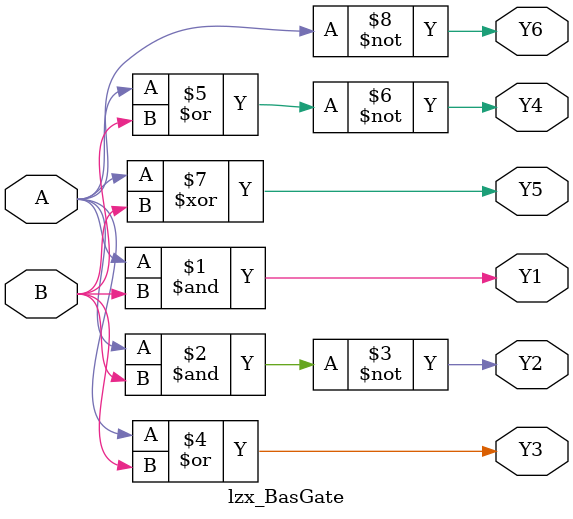
<source format=v>
module lzx_BasGate(A,B,Y1,Y2,Y3,Y4,Y5,Y6);
    input A,B;
    output Y1,Y2,Y3,Y4,Y5,Y6;

    assign Y1 = A & B;      
    assign Y2 = ~(A & B);  
    assign Y3 = A | B;      
    assign Y4 = ~(A | B);   
    assign Y5 = A ^ B;      
    assign Y6 = ~A;         

endmodule
</source>
